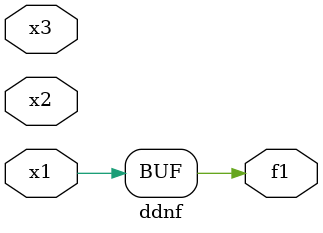
<source format=v>
module ddnf(
  input x1, x2, x3,
  output f1
);
  assign f1 = x1;
endmodule
</source>
